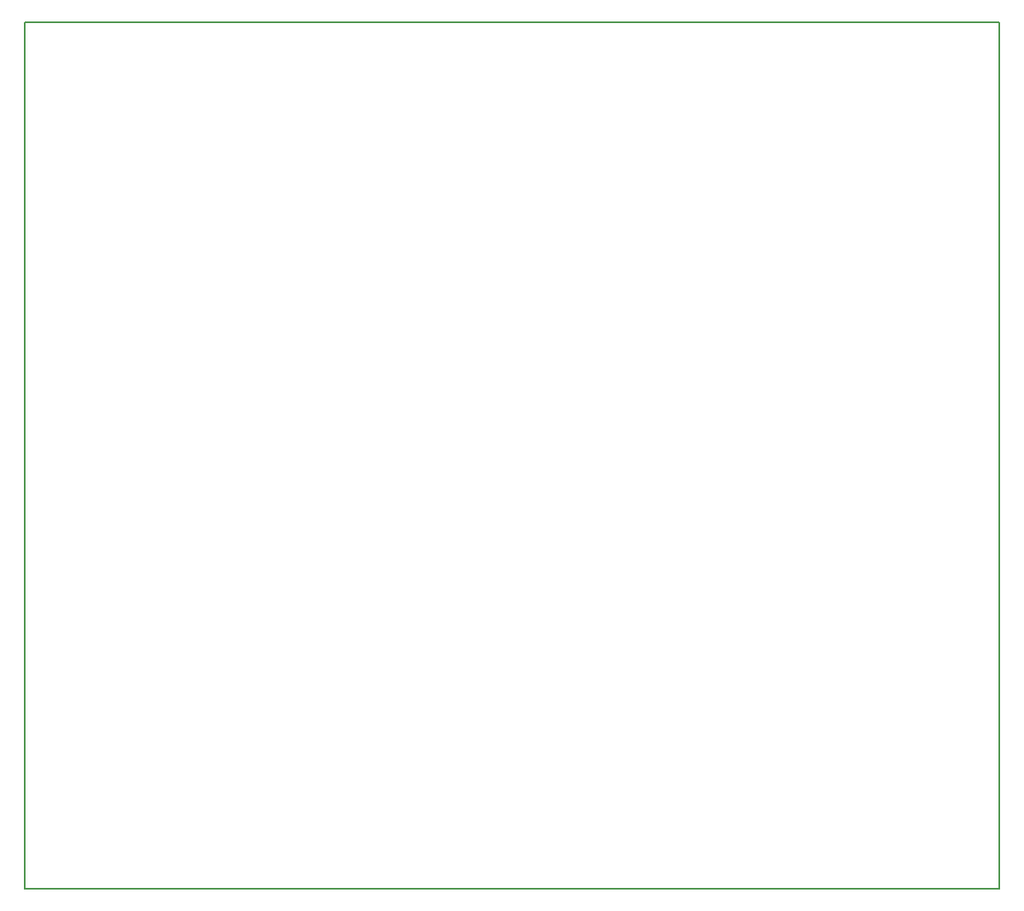
<source format=gm1>
G04 #@! TF.GenerationSoftware,KiCad,Pcbnew,(5.0.2)-1*
G04 #@! TF.CreationDate,2019-06-12T12:13:46+02:00*
G04 #@! TF.ProjectId,Aquarius,41717561-7269-4757-932e-6b696361645f,rev?*
G04 #@! TF.SameCoordinates,Original*
G04 #@! TF.FileFunction,Profile,NP*
%FSLAX46Y46*%
G04 Gerber Fmt 4.6, Leading zero omitted, Abs format (unit mm)*
G04 Created by KiCad (PCBNEW (5.0.2)-1) date 12.06.2019 12:13:46*
%MOMM*%
%LPD*%
G01*
G04 APERTURE LIST*
%ADD10C,0.150000*%
G04 APERTURE END LIST*
D10*
X90000000Y-119000000D02*
X90000000Y-30000000D01*
X190000000Y-119000000D02*
X90000000Y-119000000D01*
X190000000Y-30000000D02*
X190000000Y-119000000D01*
X90000000Y-30000000D02*
X190000000Y-30000000D01*
M02*

</source>
